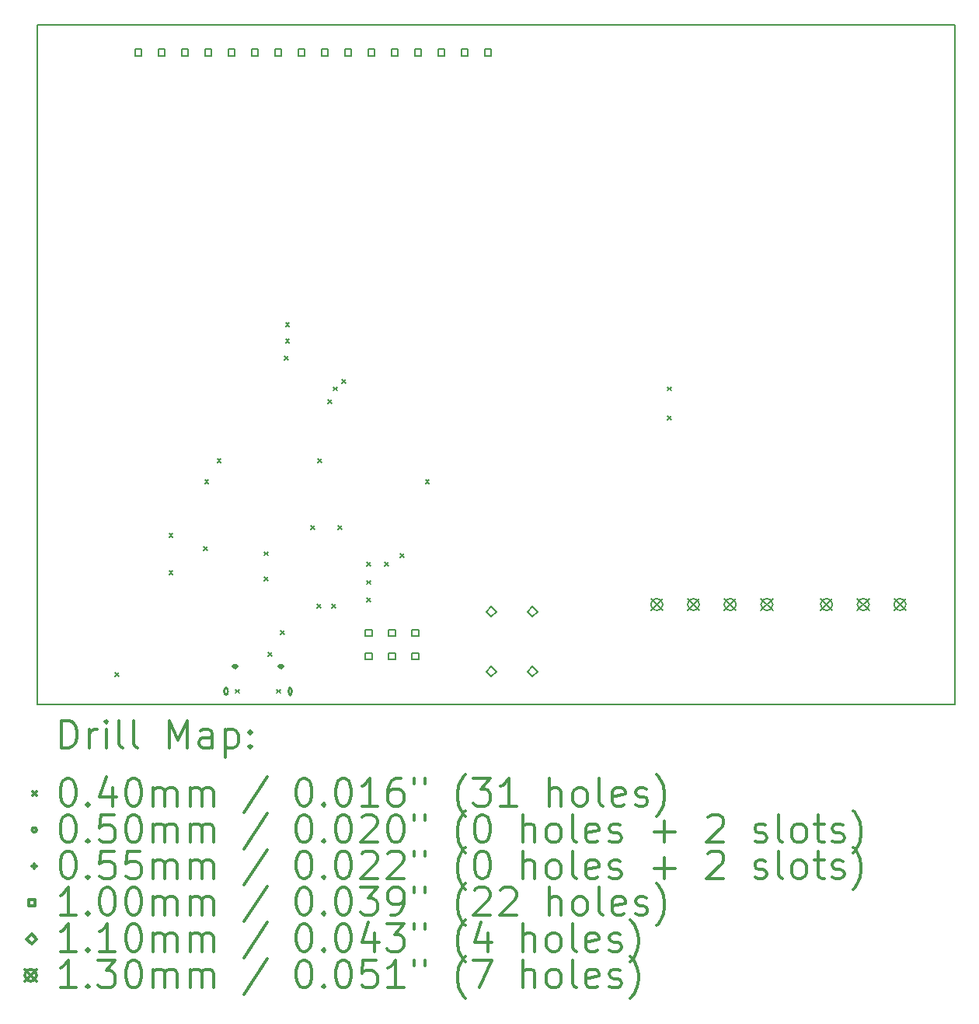
<source format=gbr>
%FSLAX45Y45*%
G04 Gerber Fmt 4.5, Leading zero omitted, Abs format (unit mm)*
G04 Created by KiCad (PCBNEW 4.0.7-e1-6374~58~ubuntu16.04.1) date Mon Aug  7 18:57:26 2017*
%MOMM*%
%LPD*%
G01*
G04 APERTURE LIST*
%ADD10C,0.127000*%
%ADD11C,0.150000*%
%ADD12C,0.200000*%
%ADD13C,0.300000*%
G04 APERTURE END LIST*
D10*
D11*
X7900000Y-8700000D02*
X17900000Y-8700000D01*
X7900000Y-16100000D02*
X7900000Y-8700000D01*
X17900000Y-16100000D02*
X7900000Y-16100000D01*
X17900000Y-8700000D02*
X17900000Y-16100000D01*
D12*
X8750000Y-15755000D02*
X8790000Y-15795000D01*
X8790000Y-15755000D02*
X8750000Y-15795000D01*
X9335000Y-14235000D02*
X9375000Y-14275000D01*
X9375000Y-14235000D02*
X9335000Y-14275000D01*
X9335000Y-14645000D02*
X9375000Y-14685000D01*
X9375000Y-14645000D02*
X9335000Y-14685000D01*
X9710000Y-14380000D02*
X9750000Y-14420000D01*
X9750000Y-14380000D02*
X9710000Y-14420000D01*
X9725000Y-13650000D02*
X9765000Y-13690000D01*
X9765000Y-13650000D02*
X9725000Y-13690000D01*
X9860000Y-13425000D02*
X9900000Y-13465000D01*
X9900000Y-13425000D02*
X9860000Y-13465000D01*
X10060000Y-15935000D02*
X10100000Y-15975000D01*
X10100000Y-15935000D02*
X10060000Y-15975000D01*
X10375000Y-14435000D02*
X10415000Y-14475000D01*
X10415000Y-14435000D02*
X10375000Y-14475000D01*
X10375000Y-14710000D02*
X10415000Y-14750000D01*
X10415000Y-14710000D02*
X10375000Y-14750000D01*
X10415000Y-15530000D02*
X10455000Y-15570000D01*
X10455000Y-15530000D02*
X10415000Y-15570000D01*
X10510000Y-15935000D02*
X10550000Y-15975000D01*
X10550000Y-15935000D02*
X10510000Y-15975000D01*
X10550000Y-15295000D02*
X10590000Y-15335000D01*
X10590000Y-15295000D02*
X10550000Y-15335000D01*
X10595000Y-12305000D02*
X10635000Y-12345000D01*
X10635000Y-12305000D02*
X10595000Y-12345000D01*
X10605000Y-11945000D02*
X10645000Y-11985000D01*
X10645000Y-11945000D02*
X10605000Y-11985000D01*
X10605000Y-12120000D02*
X10645000Y-12160000D01*
X10645000Y-12120000D02*
X10605000Y-12160000D01*
X10880000Y-14155000D02*
X10920000Y-14195000D01*
X10920000Y-14155000D02*
X10880000Y-14195000D01*
X10950000Y-15005000D02*
X10990000Y-15045000D01*
X10990000Y-15005000D02*
X10950000Y-15045000D01*
X10960000Y-13425000D02*
X11000000Y-13465000D01*
X11000000Y-13425000D02*
X10960000Y-13465000D01*
X11065000Y-12780000D02*
X11105000Y-12820000D01*
X11105000Y-12780000D02*
X11065000Y-12820000D01*
X11110000Y-15005000D02*
X11150000Y-15045000D01*
X11150000Y-15005000D02*
X11110000Y-15045000D01*
X11125000Y-12640000D02*
X11165000Y-12680000D01*
X11165000Y-12640000D02*
X11125000Y-12680000D01*
X11180000Y-14155000D02*
X11220000Y-14195000D01*
X11220000Y-14155000D02*
X11180000Y-14195000D01*
X11220000Y-12560000D02*
X11260000Y-12600000D01*
X11260000Y-12560000D02*
X11220000Y-12600000D01*
X11490000Y-14550000D02*
X11530000Y-14590000D01*
X11530000Y-14550000D02*
X11490000Y-14590000D01*
X11490000Y-14750000D02*
X11530000Y-14790000D01*
X11530000Y-14750000D02*
X11490000Y-14790000D01*
X11490000Y-14940000D02*
X11530000Y-14980000D01*
X11530000Y-14940000D02*
X11490000Y-14980000D01*
X11685000Y-14550000D02*
X11725000Y-14590000D01*
X11725000Y-14550000D02*
X11685000Y-14590000D01*
X11855000Y-14455000D02*
X11895000Y-14495000D01*
X11895000Y-14455000D02*
X11855000Y-14495000D01*
X12130000Y-13655000D02*
X12170000Y-13695000D01*
X12170000Y-13655000D02*
X12130000Y-13695000D01*
X14765000Y-12640000D02*
X14805000Y-12680000D01*
X14805000Y-12640000D02*
X14765000Y-12680000D01*
X14765000Y-12960000D02*
X14805000Y-13000000D01*
X14805000Y-12960000D02*
X14765000Y-13000000D01*
X9980000Y-15955000D02*
G75*
G03X9980000Y-15955000I-25000J0D01*
G01*
X9940000Y-15922500D02*
X9940000Y-15987500D01*
X9970000Y-15922500D02*
X9970000Y-15987500D01*
X9940000Y-15987500D02*
G75*
G03X9970000Y-15987500I15000J0D01*
G01*
X9970000Y-15922500D02*
G75*
G03X9940000Y-15922500I-15000J0D01*
G01*
X10680000Y-15955000D02*
G75*
G03X10680000Y-15955000I-25000J0D01*
G01*
X10640000Y-15922500D02*
X10640000Y-15987500D01*
X10670000Y-15922500D02*
X10670000Y-15987500D01*
X10640000Y-15987500D02*
G75*
G03X10670000Y-15987500I15000J0D01*
G01*
X10670000Y-15922500D02*
G75*
G03X10640000Y-15922500I-15000J0D01*
G01*
X10055000Y-15657500D02*
X10055000Y-15712500D01*
X10027500Y-15685000D02*
X10082500Y-15685000D01*
X10040000Y-15702500D02*
X10070000Y-15702500D01*
X10040000Y-15667500D02*
X10070000Y-15667500D01*
X10070000Y-15702500D02*
G75*
G03X10070000Y-15667500I0J17500D01*
G01*
X10040000Y-15667500D02*
G75*
G03X10040000Y-15702500I0J-17500D01*
G01*
X10555000Y-15657500D02*
X10555000Y-15712500D01*
X10527500Y-15685000D02*
X10582500Y-15685000D01*
X10540000Y-15702500D02*
X10570000Y-15702500D01*
X10540000Y-15667500D02*
X10570000Y-15667500D01*
X10570000Y-15702500D02*
G75*
G03X10570000Y-15667500I0J17500D01*
G01*
X10540000Y-15667500D02*
G75*
G03X10540000Y-15702500I0J-17500D01*
G01*
X9035356Y-9035356D02*
X9035356Y-8964644D01*
X8964644Y-8964644D01*
X8964644Y-9035356D01*
X9035356Y-9035356D01*
X9289356Y-9035356D02*
X9289356Y-8964644D01*
X9218644Y-8964644D01*
X9218644Y-9035356D01*
X9289356Y-9035356D01*
X9543356Y-9035356D02*
X9543356Y-8964644D01*
X9472644Y-8964644D01*
X9472644Y-9035356D01*
X9543356Y-9035356D01*
X9797356Y-9035356D02*
X9797356Y-8964644D01*
X9726644Y-8964644D01*
X9726644Y-9035356D01*
X9797356Y-9035356D01*
X10051356Y-9035356D02*
X10051356Y-8964644D01*
X9980644Y-8964644D01*
X9980644Y-9035356D01*
X10051356Y-9035356D01*
X10305356Y-9035356D02*
X10305356Y-8964644D01*
X10234644Y-8964644D01*
X10234644Y-9035356D01*
X10305356Y-9035356D01*
X10559356Y-9035356D02*
X10559356Y-8964644D01*
X10488644Y-8964644D01*
X10488644Y-9035356D01*
X10559356Y-9035356D01*
X10813356Y-9035356D02*
X10813356Y-8964644D01*
X10742644Y-8964644D01*
X10742644Y-9035356D01*
X10813356Y-9035356D01*
X11067356Y-9035356D02*
X11067356Y-8964644D01*
X10996644Y-8964644D01*
X10996644Y-9035356D01*
X11067356Y-9035356D01*
X11321356Y-9035356D02*
X11321356Y-8964644D01*
X11250644Y-8964644D01*
X11250644Y-9035356D01*
X11321356Y-9035356D01*
X11547356Y-15355356D02*
X11547356Y-15284644D01*
X11476644Y-15284644D01*
X11476644Y-15355356D01*
X11547356Y-15355356D01*
X11547356Y-15609356D02*
X11547356Y-15538644D01*
X11476644Y-15538644D01*
X11476644Y-15609356D01*
X11547356Y-15609356D01*
X11575356Y-9035356D02*
X11575356Y-8964644D01*
X11504644Y-8964644D01*
X11504644Y-9035356D01*
X11575356Y-9035356D01*
X11801356Y-15355356D02*
X11801356Y-15284644D01*
X11730644Y-15284644D01*
X11730644Y-15355356D01*
X11801356Y-15355356D01*
X11801356Y-15609356D02*
X11801356Y-15538644D01*
X11730644Y-15538644D01*
X11730644Y-15609356D01*
X11801356Y-15609356D01*
X11829356Y-9035356D02*
X11829356Y-8964644D01*
X11758644Y-8964644D01*
X11758644Y-9035356D01*
X11829356Y-9035356D01*
X12055356Y-15355356D02*
X12055356Y-15284644D01*
X11984644Y-15284644D01*
X11984644Y-15355356D01*
X12055356Y-15355356D01*
X12055356Y-15609356D02*
X12055356Y-15538644D01*
X11984644Y-15538644D01*
X11984644Y-15609356D01*
X12055356Y-15609356D01*
X12083356Y-9035356D02*
X12083356Y-8964644D01*
X12012644Y-8964644D01*
X12012644Y-9035356D01*
X12083356Y-9035356D01*
X12337356Y-9035356D02*
X12337356Y-8964644D01*
X12266644Y-8964644D01*
X12266644Y-9035356D01*
X12337356Y-9035356D01*
X12591356Y-9035356D02*
X12591356Y-8964644D01*
X12520644Y-8964644D01*
X12520644Y-9035356D01*
X12591356Y-9035356D01*
X12845356Y-9035356D02*
X12845356Y-8964644D01*
X12774644Y-8964644D01*
X12774644Y-9035356D01*
X12845356Y-9035356D01*
X12845000Y-15145000D02*
X12900000Y-15090000D01*
X12845000Y-15035000D01*
X12790000Y-15090000D01*
X12845000Y-15145000D01*
X12845000Y-15795000D02*
X12900000Y-15740000D01*
X12845000Y-15685000D01*
X12790000Y-15740000D01*
X12845000Y-15795000D01*
X13295000Y-15145000D02*
X13350000Y-15090000D01*
X13295000Y-15035000D01*
X13240000Y-15090000D01*
X13295000Y-15145000D01*
X13295000Y-15795000D02*
X13350000Y-15740000D01*
X13295000Y-15685000D01*
X13240000Y-15740000D01*
X13295000Y-15795000D01*
X14585000Y-14945000D02*
X14715000Y-15075000D01*
X14715000Y-14945000D02*
X14585000Y-15075000D01*
X14715000Y-15010000D02*
G75*
G03X14715000Y-15010000I-65000J0D01*
G01*
X14985000Y-14945000D02*
X15115000Y-15075000D01*
X15115000Y-14945000D02*
X14985000Y-15075000D01*
X15115000Y-15010000D02*
G75*
G03X15115000Y-15010000I-65000J0D01*
G01*
X15385000Y-14945000D02*
X15515000Y-15075000D01*
X15515000Y-14945000D02*
X15385000Y-15075000D01*
X15515000Y-15010000D02*
G75*
G03X15515000Y-15010000I-65000J0D01*
G01*
X15785000Y-14945000D02*
X15915000Y-15075000D01*
X15915000Y-14945000D02*
X15785000Y-15075000D01*
X15915000Y-15010000D02*
G75*
G03X15915000Y-15010000I-65000J0D01*
G01*
X16435000Y-14945000D02*
X16565000Y-15075000D01*
X16565000Y-14945000D02*
X16435000Y-15075000D01*
X16565000Y-15010000D02*
G75*
G03X16565000Y-15010000I-65000J0D01*
G01*
X16835000Y-14945000D02*
X16965000Y-15075000D01*
X16965000Y-14945000D02*
X16835000Y-15075000D01*
X16965000Y-15010000D02*
G75*
G03X16965000Y-15010000I-65000J0D01*
G01*
X17235000Y-14945000D02*
X17365000Y-15075000D01*
X17365000Y-14945000D02*
X17235000Y-15075000D01*
X17365000Y-15010000D02*
G75*
G03X17365000Y-15010000I-65000J0D01*
G01*
D13*
X8163928Y-16573214D02*
X8163928Y-16273214D01*
X8235357Y-16273214D01*
X8278214Y-16287500D01*
X8306786Y-16316071D01*
X8321071Y-16344643D01*
X8335357Y-16401786D01*
X8335357Y-16444643D01*
X8321071Y-16501786D01*
X8306786Y-16530357D01*
X8278214Y-16558929D01*
X8235357Y-16573214D01*
X8163928Y-16573214D01*
X8463929Y-16573214D02*
X8463929Y-16373214D01*
X8463929Y-16430357D02*
X8478214Y-16401786D01*
X8492500Y-16387500D01*
X8521071Y-16373214D01*
X8549643Y-16373214D01*
X8649643Y-16573214D02*
X8649643Y-16373214D01*
X8649643Y-16273214D02*
X8635357Y-16287500D01*
X8649643Y-16301786D01*
X8663929Y-16287500D01*
X8649643Y-16273214D01*
X8649643Y-16301786D01*
X8835357Y-16573214D02*
X8806786Y-16558929D01*
X8792500Y-16530357D01*
X8792500Y-16273214D01*
X8992500Y-16573214D02*
X8963929Y-16558929D01*
X8949643Y-16530357D01*
X8949643Y-16273214D01*
X9335357Y-16573214D02*
X9335357Y-16273214D01*
X9435357Y-16487500D01*
X9535357Y-16273214D01*
X9535357Y-16573214D01*
X9806786Y-16573214D02*
X9806786Y-16416071D01*
X9792500Y-16387500D01*
X9763929Y-16373214D01*
X9706786Y-16373214D01*
X9678214Y-16387500D01*
X9806786Y-16558929D02*
X9778214Y-16573214D01*
X9706786Y-16573214D01*
X9678214Y-16558929D01*
X9663929Y-16530357D01*
X9663929Y-16501786D01*
X9678214Y-16473214D01*
X9706786Y-16458929D01*
X9778214Y-16458929D01*
X9806786Y-16444643D01*
X9949643Y-16373214D02*
X9949643Y-16673214D01*
X9949643Y-16387500D02*
X9978214Y-16373214D01*
X10035357Y-16373214D01*
X10063929Y-16387500D01*
X10078214Y-16401786D01*
X10092500Y-16430357D01*
X10092500Y-16516071D01*
X10078214Y-16544643D01*
X10063929Y-16558929D01*
X10035357Y-16573214D01*
X9978214Y-16573214D01*
X9949643Y-16558929D01*
X10221071Y-16544643D02*
X10235357Y-16558929D01*
X10221071Y-16573214D01*
X10206786Y-16558929D01*
X10221071Y-16544643D01*
X10221071Y-16573214D01*
X10221071Y-16387500D02*
X10235357Y-16401786D01*
X10221071Y-16416071D01*
X10206786Y-16401786D01*
X10221071Y-16387500D01*
X10221071Y-16416071D01*
X7852500Y-17047500D02*
X7892500Y-17087500D01*
X7892500Y-17047500D02*
X7852500Y-17087500D01*
X8221071Y-16903214D02*
X8249643Y-16903214D01*
X8278214Y-16917500D01*
X8292500Y-16931786D01*
X8306786Y-16960357D01*
X8321071Y-17017500D01*
X8321071Y-17088929D01*
X8306786Y-17146072D01*
X8292500Y-17174643D01*
X8278214Y-17188929D01*
X8249643Y-17203214D01*
X8221071Y-17203214D01*
X8192500Y-17188929D01*
X8178214Y-17174643D01*
X8163928Y-17146072D01*
X8149643Y-17088929D01*
X8149643Y-17017500D01*
X8163928Y-16960357D01*
X8178214Y-16931786D01*
X8192500Y-16917500D01*
X8221071Y-16903214D01*
X8449643Y-17174643D02*
X8463929Y-17188929D01*
X8449643Y-17203214D01*
X8435357Y-17188929D01*
X8449643Y-17174643D01*
X8449643Y-17203214D01*
X8721071Y-17003214D02*
X8721071Y-17203214D01*
X8649643Y-16888929D02*
X8578214Y-17103214D01*
X8763928Y-17103214D01*
X8935357Y-16903214D02*
X8963929Y-16903214D01*
X8992500Y-16917500D01*
X9006786Y-16931786D01*
X9021071Y-16960357D01*
X9035357Y-17017500D01*
X9035357Y-17088929D01*
X9021071Y-17146072D01*
X9006786Y-17174643D01*
X8992500Y-17188929D01*
X8963929Y-17203214D01*
X8935357Y-17203214D01*
X8906786Y-17188929D01*
X8892500Y-17174643D01*
X8878214Y-17146072D01*
X8863929Y-17088929D01*
X8863929Y-17017500D01*
X8878214Y-16960357D01*
X8892500Y-16931786D01*
X8906786Y-16917500D01*
X8935357Y-16903214D01*
X9163929Y-17203214D02*
X9163929Y-17003214D01*
X9163929Y-17031786D02*
X9178214Y-17017500D01*
X9206786Y-17003214D01*
X9249643Y-17003214D01*
X9278214Y-17017500D01*
X9292500Y-17046072D01*
X9292500Y-17203214D01*
X9292500Y-17046072D02*
X9306786Y-17017500D01*
X9335357Y-17003214D01*
X9378214Y-17003214D01*
X9406786Y-17017500D01*
X9421071Y-17046072D01*
X9421071Y-17203214D01*
X9563929Y-17203214D02*
X9563929Y-17003214D01*
X9563929Y-17031786D02*
X9578214Y-17017500D01*
X9606786Y-17003214D01*
X9649643Y-17003214D01*
X9678214Y-17017500D01*
X9692500Y-17046072D01*
X9692500Y-17203214D01*
X9692500Y-17046072D02*
X9706786Y-17017500D01*
X9735357Y-17003214D01*
X9778214Y-17003214D01*
X9806786Y-17017500D01*
X9821071Y-17046072D01*
X9821071Y-17203214D01*
X10406786Y-16888929D02*
X10149643Y-17274643D01*
X10792500Y-16903214D02*
X10821071Y-16903214D01*
X10849643Y-16917500D01*
X10863928Y-16931786D01*
X10878214Y-16960357D01*
X10892500Y-17017500D01*
X10892500Y-17088929D01*
X10878214Y-17146072D01*
X10863928Y-17174643D01*
X10849643Y-17188929D01*
X10821071Y-17203214D01*
X10792500Y-17203214D01*
X10763928Y-17188929D01*
X10749643Y-17174643D01*
X10735357Y-17146072D01*
X10721071Y-17088929D01*
X10721071Y-17017500D01*
X10735357Y-16960357D01*
X10749643Y-16931786D01*
X10763928Y-16917500D01*
X10792500Y-16903214D01*
X11021071Y-17174643D02*
X11035357Y-17188929D01*
X11021071Y-17203214D01*
X11006786Y-17188929D01*
X11021071Y-17174643D01*
X11021071Y-17203214D01*
X11221071Y-16903214D02*
X11249643Y-16903214D01*
X11278214Y-16917500D01*
X11292500Y-16931786D01*
X11306785Y-16960357D01*
X11321071Y-17017500D01*
X11321071Y-17088929D01*
X11306785Y-17146072D01*
X11292500Y-17174643D01*
X11278214Y-17188929D01*
X11249643Y-17203214D01*
X11221071Y-17203214D01*
X11192500Y-17188929D01*
X11178214Y-17174643D01*
X11163928Y-17146072D01*
X11149643Y-17088929D01*
X11149643Y-17017500D01*
X11163928Y-16960357D01*
X11178214Y-16931786D01*
X11192500Y-16917500D01*
X11221071Y-16903214D01*
X11606785Y-17203214D02*
X11435357Y-17203214D01*
X11521071Y-17203214D02*
X11521071Y-16903214D01*
X11492500Y-16946072D01*
X11463928Y-16974643D01*
X11435357Y-16988929D01*
X11863928Y-16903214D02*
X11806785Y-16903214D01*
X11778214Y-16917500D01*
X11763928Y-16931786D01*
X11735357Y-16974643D01*
X11721071Y-17031786D01*
X11721071Y-17146072D01*
X11735357Y-17174643D01*
X11749643Y-17188929D01*
X11778214Y-17203214D01*
X11835357Y-17203214D01*
X11863928Y-17188929D01*
X11878214Y-17174643D01*
X11892500Y-17146072D01*
X11892500Y-17074643D01*
X11878214Y-17046072D01*
X11863928Y-17031786D01*
X11835357Y-17017500D01*
X11778214Y-17017500D01*
X11749643Y-17031786D01*
X11735357Y-17046072D01*
X11721071Y-17074643D01*
X12006786Y-16903214D02*
X12006786Y-16960357D01*
X12121071Y-16903214D02*
X12121071Y-16960357D01*
X12563928Y-17317500D02*
X12549643Y-17303214D01*
X12521071Y-17260357D01*
X12506785Y-17231786D01*
X12492500Y-17188929D01*
X12478214Y-17117500D01*
X12478214Y-17060357D01*
X12492500Y-16988929D01*
X12506785Y-16946072D01*
X12521071Y-16917500D01*
X12549643Y-16874643D01*
X12563928Y-16860357D01*
X12649643Y-16903214D02*
X12835357Y-16903214D01*
X12735357Y-17017500D01*
X12778214Y-17017500D01*
X12806785Y-17031786D01*
X12821071Y-17046072D01*
X12835357Y-17074643D01*
X12835357Y-17146072D01*
X12821071Y-17174643D01*
X12806785Y-17188929D01*
X12778214Y-17203214D01*
X12692500Y-17203214D01*
X12663928Y-17188929D01*
X12649643Y-17174643D01*
X13121071Y-17203214D02*
X12949643Y-17203214D01*
X13035357Y-17203214D02*
X13035357Y-16903214D01*
X13006785Y-16946072D01*
X12978214Y-16974643D01*
X12949643Y-16988929D01*
X13478214Y-17203214D02*
X13478214Y-16903214D01*
X13606785Y-17203214D02*
X13606785Y-17046072D01*
X13592500Y-17017500D01*
X13563928Y-17003214D01*
X13521071Y-17003214D01*
X13492500Y-17017500D01*
X13478214Y-17031786D01*
X13792500Y-17203214D02*
X13763928Y-17188929D01*
X13749643Y-17174643D01*
X13735357Y-17146072D01*
X13735357Y-17060357D01*
X13749643Y-17031786D01*
X13763928Y-17017500D01*
X13792500Y-17003214D01*
X13835357Y-17003214D01*
X13863928Y-17017500D01*
X13878214Y-17031786D01*
X13892500Y-17060357D01*
X13892500Y-17146072D01*
X13878214Y-17174643D01*
X13863928Y-17188929D01*
X13835357Y-17203214D01*
X13792500Y-17203214D01*
X14063928Y-17203214D02*
X14035357Y-17188929D01*
X14021071Y-17160357D01*
X14021071Y-16903214D01*
X14292500Y-17188929D02*
X14263928Y-17203214D01*
X14206786Y-17203214D01*
X14178214Y-17188929D01*
X14163928Y-17160357D01*
X14163928Y-17046072D01*
X14178214Y-17017500D01*
X14206786Y-17003214D01*
X14263928Y-17003214D01*
X14292500Y-17017500D01*
X14306786Y-17046072D01*
X14306786Y-17074643D01*
X14163928Y-17103214D01*
X14421071Y-17188929D02*
X14449643Y-17203214D01*
X14506786Y-17203214D01*
X14535357Y-17188929D01*
X14549643Y-17160357D01*
X14549643Y-17146072D01*
X14535357Y-17117500D01*
X14506786Y-17103214D01*
X14463928Y-17103214D01*
X14435357Y-17088929D01*
X14421071Y-17060357D01*
X14421071Y-17046072D01*
X14435357Y-17017500D01*
X14463928Y-17003214D01*
X14506786Y-17003214D01*
X14535357Y-17017500D01*
X14649643Y-17317500D02*
X14663928Y-17303214D01*
X14692500Y-17260357D01*
X14706786Y-17231786D01*
X14721071Y-17188929D01*
X14735357Y-17117500D01*
X14735357Y-17060357D01*
X14721071Y-16988929D01*
X14706786Y-16946072D01*
X14692500Y-16917500D01*
X14663928Y-16874643D01*
X14649643Y-16860357D01*
X7892500Y-17463500D02*
G75*
G03X7892500Y-17463500I-25000J0D01*
G01*
X8221071Y-17299214D02*
X8249643Y-17299214D01*
X8278214Y-17313500D01*
X8292500Y-17327786D01*
X8306786Y-17356357D01*
X8321071Y-17413500D01*
X8321071Y-17484929D01*
X8306786Y-17542072D01*
X8292500Y-17570643D01*
X8278214Y-17584929D01*
X8249643Y-17599214D01*
X8221071Y-17599214D01*
X8192500Y-17584929D01*
X8178214Y-17570643D01*
X8163928Y-17542072D01*
X8149643Y-17484929D01*
X8149643Y-17413500D01*
X8163928Y-17356357D01*
X8178214Y-17327786D01*
X8192500Y-17313500D01*
X8221071Y-17299214D01*
X8449643Y-17570643D02*
X8463929Y-17584929D01*
X8449643Y-17599214D01*
X8435357Y-17584929D01*
X8449643Y-17570643D01*
X8449643Y-17599214D01*
X8735357Y-17299214D02*
X8592500Y-17299214D01*
X8578214Y-17442072D01*
X8592500Y-17427786D01*
X8621071Y-17413500D01*
X8692500Y-17413500D01*
X8721071Y-17427786D01*
X8735357Y-17442072D01*
X8749643Y-17470643D01*
X8749643Y-17542072D01*
X8735357Y-17570643D01*
X8721071Y-17584929D01*
X8692500Y-17599214D01*
X8621071Y-17599214D01*
X8592500Y-17584929D01*
X8578214Y-17570643D01*
X8935357Y-17299214D02*
X8963929Y-17299214D01*
X8992500Y-17313500D01*
X9006786Y-17327786D01*
X9021071Y-17356357D01*
X9035357Y-17413500D01*
X9035357Y-17484929D01*
X9021071Y-17542072D01*
X9006786Y-17570643D01*
X8992500Y-17584929D01*
X8963929Y-17599214D01*
X8935357Y-17599214D01*
X8906786Y-17584929D01*
X8892500Y-17570643D01*
X8878214Y-17542072D01*
X8863929Y-17484929D01*
X8863929Y-17413500D01*
X8878214Y-17356357D01*
X8892500Y-17327786D01*
X8906786Y-17313500D01*
X8935357Y-17299214D01*
X9163929Y-17599214D02*
X9163929Y-17399214D01*
X9163929Y-17427786D02*
X9178214Y-17413500D01*
X9206786Y-17399214D01*
X9249643Y-17399214D01*
X9278214Y-17413500D01*
X9292500Y-17442072D01*
X9292500Y-17599214D01*
X9292500Y-17442072D02*
X9306786Y-17413500D01*
X9335357Y-17399214D01*
X9378214Y-17399214D01*
X9406786Y-17413500D01*
X9421071Y-17442072D01*
X9421071Y-17599214D01*
X9563929Y-17599214D02*
X9563929Y-17399214D01*
X9563929Y-17427786D02*
X9578214Y-17413500D01*
X9606786Y-17399214D01*
X9649643Y-17399214D01*
X9678214Y-17413500D01*
X9692500Y-17442072D01*
X9692500Y-17599214D01*
X9692500Y-17442072D02*
X9706786Y-17413500D01*
X9735357Y-17399214D01*
X9778214Y-17399214D01*
X9806786Y-17413500D01*
X9821071Y-17442072D01*
X9821071Y-17599214D01*
X10406786Y-17284929D02*
X10149643Y-17670643D01*
X10792500Y-17299214D02*
X10821071Y-17299214D01*
X10849643Y-17313500D01*
X10863928Y-17327786D01*
X10878214Y-17356357D01*
X10892500Y-17413500D01*
X10892500Y-17484929D01*
X10878214Y-17542072D01*
X10863928Y-17570643D01*
X10849643Y-17584929D01*
X10821071Y-17599214D01*
X10792500Y-17599214D01*
X10763928Y-17584929D01*
X10749643Y-17570643D01*
X10735357Y-17542072D01*
X10721071Y-17484929D01*
X10721071Y-17413500D01*
X10735357Y-17356357D01*
X10749643Y-17327786D01*
X10763928Y-17313500D01*
X10792500Y-17299214D01*
X11021071Y-17570643D02*
X11035357Y-17584929D01*
X11021071Y-17599214D01*
X11006786Y-17584929D01*
X11021071Y-17570643D01*
X11021071Y-17599214D01*
X11221071Y-17299214D02*
X11249643Y-17299214D01*
X11278214Y-17313500D01*
X11292500Y-17327786D01*
X11306785Y-17356357D01*
X11321071Y-17413500D01*
X11321071Y-17484929D01*
X11306785Y-17542072D01*
X11292500Y-17570643D01*
X11278214Y-17584929D01*
X11249643Y-17599214D01*
X11221071Y-17599214D01*
X11192500Y-17584929D01*
X11178214Y-17570643D01*
X11163928Y-17542072D01*
X11149643Y-17484929D01*
X11149643Y-17413500D01*
X11163928Y-17356357D01*
X11178214Y-17327786D01*
X11192500Y-17313500D01*
X11221071Y-17299214D01*
X11435357Y-17327786D02*
X11449643Y-17313500D01*
X11478214Y-17299214D01*
X11549643Y-17299214D01*
X11578214Y-17313500D01*
X11592500Y-17327786D01*
X11606785Y-17356357D01*
X11606785Y-17384929D01*
X11592500Y-17427786D01*
X11421071Y-17599214D01*
X11606785Y-17599214D01*
X11792500Y-17299214D02*
X11821071Y-17299214D01*
X11849643Y-17313500D01*
X11863928Y-17327786D01*
X11878214Y-17356357D01*
X11892500Y-17413500D01*
X11892500Y-17484929D01*
X11878214Y-17542072D01*
X11863928Y-17570643D01*
X11849643Y-17584929D01*
X11821071Y-17599214D01*
X11792500Y-17599214D01*
X11763928Y-17584929D01*
X11749643Y-17570643D01*
X11735357Y-17542072D01*
X11721071Y-17484929D01*
X11721071Y-17413500D01*
X11735357Y-17356357D01*
X11749643Y-17327786D01*
X11763928Y-17313500D01*
X11792500Y-17299214D01*
X12006786Y-17299214D02*
X12006786Y-17356357D01*
X12121071Y-17299214D02*
X12121071Y-17356357D01*
X12563928Y-17713500D02*
X12549643Y-17699214D01*
X12521071Y-17656357D01*
X12506785Y-17627786D01*
X12492500Y-17584929D01*
X12478214Y-17513500D01*
X12478214Y-17456357D01*
X12492500Y-17384929D01*
X12506785Y-17342072D01*
X12521071Y-17313500D01*
X12549643Y-17270643D01*
X12563928Y-17256357D01*
X12735357Y-17299214D02*
X12763928Y-17299214D01*
X12792500Y-17313500D01*
X12806785Y-17327786D01*
X12821071Y-17356357D01*
X12835357Y-17413500D01*
X12835357Y-17484929D01*
X12821071Y-17542072D01*
X12806785Y-17570643D01*
X12792500Y-17584929D01*
X12763928Y-17599214D01*
X12735357Y-17599214D01*
X12706785Y-17584929D01*
X12692500Y-17570643D01*
X12678214Y-17542072D01*
X12663928Y-17484929D01*
X12663928Y-17413500D01*
X12678214Y-17356357D01*
X12692500Y-17327786D01*
X12706785Y-17313500D01*
X12735357Y-17299214D01*
X13192500Y-17599214D02*
X13192500Y-17299214D01*
X13321071Y-17599214D02*
X13321071Y-17442072D01*
X13306785Y-17413500D01*
X13278214Y-17399214D01*
X13235357Y-17399214D01*
X13206785Y-17413500D01*
X13192500Y-17427786D01*
X13506785Y-17599214D02*
X13478214Y-17584929D01*
X13463928Y-17570643D01*
X13449643Y-17542072D01*
X13449643Y-17456357D01*
X13463928Y-17427786D01*
X13478214Y-17413500D01*
X13506785Y-17399214D01*
X13549643Y-17399214D01*
X13578214Y-17413500D01*
X13592500Y-17427786D01*
X13606785Y-17456357D01*
X13606785Y-17542072D01*
X13592500Y-17570643D01*
X13578214Y-17584929D01*
X13549643Y-17599214D01*
X13506785Y-17599214D01*
X13778214Y-17599214D02*
X13749643Y-17584929D01*
X13735357Y-17556357D01*
X13735357Y-17299214D01*
X14006786Y-17584929D02*
X13978214Y-17599214D01*
X13921071Y-17599214D01*
X13892500Y-17584929D01*
X13878214Y-17556357D01*
X13878214Y-17442072D01*
X13892500Y-17413500D01*
X13921071Y-17399214D01*
X13978214Y-17399214D01*
X14006786Y-17413500D01*
X14021071Y-17442072D01*
X14021071Y-17470643D01*
X13878214Y-17499214D01*
X14135357Y-17584929D02*
X14163928Y-17599214D01*
X14221071Y-17599214D01*
X14249643Y-17584929D01*
X14263928Y-17556357D01*
X14263928Y-17542072D01*
X14249643Y-17513500D01*
X14221071Y-17499214D01*
X14178214Y-17499214D01*
X14149643Y-17484929D01*
X14135357Y-17456357D01*
X14135357Y-17442072D01*
X14149643Y-17413500D01*
X14178214Y-17399214D01*
X14221071Y-17399214D01*
X14249643Y-17413500D01*
X14621071Y-17484929D02*
X14849643Y-17484929D01*
X14735357Y-17599214D02*
X14735357Y-17370643D01*
X15206786Y-17327786D02*
X15221071Y-17313500D01*
X15249643Y-17299214D01*
X15321071Y-17299214D01*
X15349643Y-17313500D01*
X15363928Y-17327786D01*
X15378214Y-17356357D01*
X15378214Y-17384929D01*
X15363928Y-17427786D01*
X15192500Y-17599214D01*
X15378214Y-17599214D01*
X15721071Y-17584929D02*
X15749643Y-17599214D01*
X15806785Y-17599214D01*
X15835357Y-17584929D01*
X15849643Y-17556357D01*
X15849643Y-17542072D01*
X15835357Y-17513500D01*
X15806785Y-17499214D01*
X15763928Y-17499214D01*
X15735357Y-17484929D01*
X15721071Y-17456357D01*
X15721071Y-17442072D01*
X15735357Y-17413500D01*
X15763928Y-17399214D01*
X15806785Y-17399214D01*
X15835357Y-17413500D01*
X16021071Y-17599214D02*
X15992500Y-17584929D01*
X15978214Y-17556357D01*
X15978214Y-17299214D01*
X16178214Y-17599214D02*
X16149643Y-17584929D01*
X16135357Y-17570643D01*
X16121071Y-17542072D01*
X16121071Y-17456357D01*
X16135357Y-17427786D01*
X16149643Y-17413500D01*
X16178214Y-17399214D01*
X16221071Y-17399214D01*
X16249643Y-17413500D01*
X16263928Y-17427786D01*
X16278214Y-17456357D01*
X16278214Y-17542072D01*
X16263928Y-17570643D01*
X16249643Y-17584929D01*
X16221071Y-17599214D01*
X16178214Y-17599214D01*
X16363928Y-17399214D02*
X16478214Y-17399214D01*
X16406786Y-17299214D02*
X16406786Y-17556357D01*
X16421071Y-17584929D01*
X16449643Y-17599214D01*
X16478214Y-17599214D01*
X16563928Y-17584929D02*
X16592500Y-17599214D01*
X16649643Y-17599214D01*
X16678214Y-17584929D01*
X16692500Y-17556357D01*
X16692500Y-17542072D01*
X16678214Y-17513500D01*
X16649643Y-17499214D01*
X16606786Y-17499214D01*
X16578214Y-17484929D01*
X16563928Y-17456357D01*
X16563928Y-17442072D01*
X16578214Y-17413500D01*
X16606786Y-17399214D01*
X16649643Y-17399214D01*
X16678214Y-17413500D01*
X16792500Y-17713500D02*
X16806786Y-17699214D01*
X16835357Y-17656357D01*
X16849643Y-17627786D01*
X16863928Y-17584929D01*
X16878214Y-17513500D01*
X16878214Y-17456357D01*
X16863928Y-17384929D01*
X16849643Y-17342072D01*
X16835357Y-17313500D01*
X16806786Y-17270643D01*
X16792500Y-17256357D01*
X7865000Y-17832000D02*
X7865000Y-17887000D01*
X7837500Y-17859500D02*
X7892500Y-17859500D01*
X8221071Y-17695214D02*
X8249643Y-17695214D01*
X8278214Y-17709500D01*
X8292500Y-17723786D01*
X8306786Y-17752357D01*
X8321071Y-17809500D01*
X8321071Y-17880929D01*
X8306786Y-17938072D01*
X8292500Y-17966643D01*
X8278214Y-17980929D01*
X8249643Y-17995214D01*
X8221071Y-17995214D01*
X8192500Y-17980929D01*
X8178214Y-17966643D01*
X8163928Y-17938072D01*
X8149643Y-17880929D01*
X8149643Y-17809500D01*
X8163928Y-17752357D01*
X8178214Y-17723786D01*
X8192500Y-17709500D01*
X8221071Y-17695214D01*
X8449643Y-17966643D02*
X8463929Y-17980929D01*
X8449643Y-17995214D01*
X8435357Y-17980929D01*
X8449643Y-17966643D01*
X8449643Y-17995214D01*
X8735357Y-17695214D02*
X8592500Y-17695214D01*
X8578214Y-17838072D01*
X8592500Y-17823786D01*
X8621071Y-17809500D01*
X8692500Y-17809500D01*
X8721071Y-17823786D01*
X8735357Y-17838072D01*
X8749643Y-17866643D01*
X8749643Y-17938072D01*
X8735357Y-17966643D01*
X8721071Y-17980929D01*
X8692500Y-17995214D01*
X8621071Y-17995214D01*
X8592500Y-17980929D01*
X8578214Y-17966643D01*
X9021071Y-17695214D02*
X8878214Y-17695214D01*
X8863929Y-17838072D01*
X8878214Y-17823786D01*
X8906786Y-17809500D01*
X8978214Y-17809500D01*
X9006786Y-17823786D01*
X9021071Y-17838072D01*
X9035357Y-17866643D01*
X9035357Y-17938072D01*
X9021071Y-17966643D01*
X9006786Y-17980929D01*
X8978214Y-17995214D01*
X8906786Y-17995214D01*
X8878214Y-17980929D01*
X8863929Y-17966643D01*
X9163929Y-17995214D02*
X9163929Y-17795214D01*
X9163929Y-17823786D02*
X9178214Y-17809500D01*
X9206786Y-17795214D01*
X9249643Y-17795214D01*
X9278214Y-17809500D01*
X9292500Y-17838072D01*
X9292500Y-17995214D01*
X9292500Y-17838072D02*
X9306786Y-17809500D01*
X9335357Y-17795214D01*
X9378214Y-17795214D01*
X9406786Y-17809500D01*
X9421071Y-17838072D01*
X9421071Y-17995214D01*
X9563929Y-17995214D02*
X9563929Y-17795214D01*
X9563929Y-17823786D02*
X9578214Y-17809500D01*
X9606786Y-17795214D01*
X9649643Y-17795214D01*
X9678214Y-17809500D01*
X9692500Y-17838072D01*
X9692500Y-17995214D01*
X9692500Y-17838072D02*
X9706786Y-17809500D01*
X9735357Y-17795214D01*
X9778214Y-17795214D01*
X9806786Y-17809500D01*
X9821071Y-17838072D01*
X9821071Y-17995214D01*
X10406786Y-17680929D02*
X10149643Y-18066643D01*
X10792500Y-17695214D02*
X10821071Y-17695214D01*
X10849643Y-17709500D01*
X10863928Y-17723786D01*
X10878214Y-17752357D01*
X10892500Y-17809500D01*
X10892500Y-17880929D01*
X10878214Y-17938072D01*
X10863928Y-17966643D01*
X10849643Y-17980929D01*
X10821071Y-17995214D01*
X10792500Y-17995214D01*
X10763928Y-17980929D01*
X10749643Y-17966643D01*
X10735357Y-17938072D01*
X10721071Y-17880929D01*
X10721071Y-17809500D01*
X10735357Y-17752357D01*
X10749643Y-17723786D01*
X10763928Y-17709500D01*
X10792500Y-17695214D01*
X11021071Y-17966643D02*
X11035357Y-17980929D01*
X11021071Y-17995214D01*
X11006786Y-17980929D01*
X11021071Y-17966643D01*
X11021071Y-17995214D01*
X11221071Y-17695214D02*
X11249643Y-17695214D01*
X11278214Y-17709500D01*
X11292500Y-17723786D01*
X11306785Y-17752357D01*
X11321071Y-17809500D01*
X11321071Y-17880929D01*
X11306785Y-17938072D01*
X11292500Y-17966643D01*
X11278214Y-17980929D01*
X11249643Y-17995214D01*
X11221071Y-17995214D01*
X11192500Y-17980929D01*
X11178214Y-17966643D01*
X11163928Y-17938072D01*
X11149643Y-17880929D01*
X11149643Y-17809500D01*
X11163928Y-17752357D01*
X11178214Y-17723786D01*
X11192500Y-17709500D01*
X11221071Y-17695214D01*
X11435357Y-17723786D02*
X11449643Y-17709500D01*
X11478214Y-17695214D01*
X11549643Y-17695214D01*
X11578214Y-17709500D01*
X11592500Y-17723786D01*
X11606785Y-17752357D01*
X11606785Y-17780929D01*
X11592500Y-17823786D01*
X11421071Y-17995214D01*
X11606785Y-17995214D01*
X11721071Y-17723786D02*
X11735357Y-17709500D01*
X11763928Y-17695214D01*
X11835357Y-17695214D01*
X11863928Y-17709500D01*
X11878214Y-17723786D01*
X11892500Y-17752357D01*
X11892500Y-17780929D01*
X11878214Y-17823786D01*
X11706785Y-17995214D01*
X11892500Y-17995214D01*
X12006786Y-17695214D02*
X12006786Y-17752357D01*
X12121071Y-17695214D02*
X12121071Y-17752357D01*
X12563928Y-18109500D02*
X12549643Y-18095214D01*
X12521071Y-18052357D01*
X12506785Y-18023786D01*
X12492500Y-17980929D01*
X12478214Y-17909500D01*
X12478214Y-17852357D01*
X12492500Y-17780929D01*
X12506785Y-17738072D01*
X12521071Y-17709500D01*
X12549643Y-17666643D01*
X12563928Y-17652357D01*
X12735357Y-17695214D02*
X12763928Y-17695214D01*
X12792500Y-17709500D01*
X12806785Y-17723786D01*
X12821071Y-17752357D01*
X12835357Y-17809500D01*
X12835357Y-17880929D01*
X12821071Y-17938072D01*
X12806785Y-17966643D01*
X12792500Y-17980929D01*
X12763928Y-17995214D01*
X12735357Y-17995214D01*
X12706785Y-17980929D01*
X12692500Y-17966643D01*
X12678214Y-17938072D01*
X12663928Y-17880929D01*
X12663928Y-17809500D01*
X12678214Y-17752357D01*
X12692500Y-17723786D01*
X12706785Y-17709500D01*
X12735357Y-17695214D01*
X13192500Y-17995214D02*
X13192500Y-17695214D01*
X13321071Y-17995214D02*
X13321071Y-17838072D01*
X13306785Y-17809500D01*
X13278214Y-17795214D01*
X13235357Y-17795214D01*
X13206785Y-17809500D01*
X13192500Y-17823786D01*
X13506785Y-17995214D02*
X13478214Y-17980929D01*
X13463928Y-17966643D01*
X13449643Y-17938072D01*
X13449643Y-17852357D01*
X13463928Y-17823786D01*
X13478214Y-17809500D01*
X13506785Y-17795214D01*
X13549643Y-17795214D01*
X13578214Y-17809500D01*
X13592500Y-17823786D01*
X13606785Y-17852357D01*
X13606785Y-17938072D01*
X13592500Y-17966643D01*
X13578214Y-17980929D01*
X13549643Y-17995214D01*
X13506785Y-17995214D01*
X13778214Y-17995214D02*
X13749643Y-17980929D01*
X13735357Y-17952357D01*
X13735357Y-17695214D01*
X14006786Y-17980929D02*
X13978214Y-17995214D01*
X13921071Y-17995214D01*
X13892500Y-17980929D01*
X13878214Y-17952357D01*
X13878214Y-17838072D01*
X13892500Y-17809500D01*
X13921071Y-17795214D01*
X13978214Y-17795214D01*
X14006786Y-17809500D01*
X14021071Y-17838072D01*
X14021071Y-17866643D01*
X13878214Y-17895214D01*
X14135357Y-17980929D02*
X14163928Y-17995214D01*
X14221071Y-17995214D01*
X14249643Y-17980929D01*
X14263928Y-17952357D01*
X14263928Y-17938072D01*
X14249643Y-17909500D01*
X14221071Y-17895214D01*
X14178214Y-17895214D01*
X14149643Y-17880929D01*
X14135357Y-17852357D01*
X14135357Y-17838072D01*
X14149643Y-17809500D01*
X14178214Y-17795214D01*
X14221071Y-17795214D01*
X14249643Y-17809500D01*
X14621071Y-17880929D02*
X14849643Y-17880929D01*
X14735357Y-17995214D02*
X14735357Y-17766643D01*
X15206786Y-17723786D02*
X15221071Y-17709500D01*
X15249643Y-17695214D01*
X15321071Y-17695214D01*
X15349643Y-17709500D01*
X15363928Y-17723786D01*
X15378214Y-17752357D01*
X15378214Y-17780929D01*
X15363928Y-17823786D01*
X15192500Y-17995214D01*
X15378214Y-17995214D01*
X15721071Y-17980929D02*
X15749643Y-17995214D01*
X15806785Y-17995214D01*
X15835357Y-17980929D01*
X15849643Y-17952357D01*
X15849643Y-17938072D01*
X15835357Y-17909500D01*
X15806785Y-17895214D01*
X15763928Y-17895214D01*
X15735357Y-17880929D01*
X15721071Y-17852357D01*
X15721071Y-17838072D01*
X15735357Y-17809500D01*
X15763928Y-17795214D01*
X15806785Y-17795214D01*
X15835357Y-17809500D01*
X16021071Y-17995214D02*
X15992500Y-17980929D01*
X15978214Y-17952357D01*
X15978214Y-17695214D01*
X16178214Y-17995214D02*
X16149643Y-17980929D01*
X16135357Y-17966643D01*
X16121071Y-17938072D01*
X16121071Y-17852357D01*
X16135357Y-17823786D01*
X16149643Y-17809500D01*
X16178214Y-17795214D01*
X16221071Y-17795214D01*
X16249643Y-17809500D01*
X16263928Y-17823786D01*
X16278214Y-17852357D01*
X16278214Y-17938072D01*
X16263928Y-17966643D01*
X16249643Y-17980929D01*
X16221071Y-17995214D01*
X16178214Y-17995214D01*
X16363928Y-17795214D02*
X16478214Y-17795214D01*
X16406786Y-17695214D02*
X16406786Y-17952357D01*
X16421071Y-17980929D01*
X16449643Y-17995214D01*
X16478214Y-17995214D01*
X16563928Y-17980929D02*
X16592500Y-17995214D01*
X16649643Y-17995214D01*
X16678214Y-17980929D01*
X16692500Y-17952357D01*
X16692500Y-17938072D01*
X16678214Y-17909500D01*
X16649643Y-17895214D01*
X16606786Y-17895214D01*
X16578214Y-17880929D01*
X16563928Y-17852357D01*
X16563928Y-17838072D01*
X16578214Y-17809500D01*
X16606786Y-17795214D01*
X16649643Y-17795214D01*
X16678214Y-17809500D01*
X16792500Y-18109500D02*
X16806786Y-18095214D01*
X16835357Y-18052357D01*
X16849643Y-18023786D01*
X16863928Y-17980929D01*
X16878214Y-17909500D01*
X16878214Y-17852357D01*
X16863928Y-17780929D01*
X16849643Y-17738072D01*
X16835357Y-17709500D01*
X16806786Y-17666643D01*
X16792500Y-17652357D01*
X7877856Y-18290856D02*
X7877856Y-18220144D01*
X7807144Y-18220144D01*
X7807144Y-18290856D01*
X7877856Y-18290856D01*
X8321071Y-18391214D02*
X8149643Y-18391214D01*
X8235357Y-18391214D02*
X8235357Y-18091214D01*
X8206786Y-18134072D01*
X8178214Y-18162643D01*
X8149643Y-18176929D01*
X8449643Y-18362643D02*
X8463929Y-18376929D01*
X8449643Y-18391214D01*
X8435357Y-18376929D01*
X8449643Y-18362643D01*
X8449643Y-18391214D01*
X8649643Y-18091214D02*
X8678214Y-18091214D01*
X8706786Y-18105500D01*
X8721071Y-18119786D01*
X8735357Y-18148357D01*
X8749643Y-18205500D01*
X8749643Y-18276929D01*
X8735357Y-18334072D01*
X8721071Y-18362643D01*
X8706786Y-18376929D01*
X8678214Y-18391214D01*
X8649643Y-18391214D01*
X8621071Y-18376929D01*
X8606786Y-18362643D01*
X8592500Y-18334072D01*
X8578214Y-18276929D01*
X8578214Y-18205500D01*
X8592500Y-18148357D01*
X8606786Y-18119786D01*
X8621071Y-18105500D01*
X8649643Y-18091214D01*
X8935357Y-18091214D02*
X8963929Y-18091214D01*
X8992500Y-18105500D01*
X9006786Y-18119786D01*
X9021071Y-18148357D01*
X9035357Y-18205500D01*
X9035357Y-18276929D01*
X9021071Y-18334072D01*
X9006786Y-18362643D01*
X8992500Y-18376929D01*
X8963929Y-18391214D01*
X8935357Y-18391214D01*
X8906786Y-18376929D01*
X8892500Y-18362643D01*
X8878214Y-18334072D01*
X8863929Y-18276929D01*
X8863929Y-18205500D01*
X8878214Y-18148357D01*
X8892500Y-18119786D01*
X8906786Y-18105500D01*
X8935357Y-18091214D01*
X9163929Y-18391214D02*
X9163929Y-18191214D01*
X9163929Y-18219786D02*
X9178214Y-18205500D01*
X9206786Y-18191214D01*
X9249643Y-18191214D01*
X9278214Y-18205500D01*
X9292500Y-18234072D01*
X9292500Y-18391214D01*
X9292500Y-18234072D02*
X9306786Y-18205500D01*
X9335357Y-18191214D01*
X9378214Y-18191214D01*
X9406786Y-18205500D01*
X9421071Y-18234072D01*
X9421071Y-18391214D01*
X9563929Y-18391214D02*
X9563929Y-18191214D01*
X9563929Y-18219786D02*
X9578214Y-18205500D01*
X9606786Y-18191214D01*
X9649643Y-18191214D01*
X9678214Y-18205500D01*
X9692500Y-18234072D01*
X9692500Y-18391214D01*
X9692500Y-18234072D02*
X9706786Y-18205500D01*
X9735357Y-18191214D01*
X9778214Y-18191214D01*
X9806786Y-18205500D01*
X9821071Y-18234072D01*
X9821071Y-18391214D01*
X10406786Y-18076929D02*
X10149643Y-18462643D01*
X10792500Y-18091214D02*
X10821071Y-18091214D01*
X10849643Y-18105500D01*
X10863928Y-18119786D01*
X10878214Y-18148357D01*
X10892500Y-18205500D01*
X10892500Y-18276929D01*
X10878214Y-18334072D01*
X10863928Y-18362643D01*
X10849643Y-18376929D01*
X10821071Y-18391214D01*
X10792500Y-18391214D01*
X10763928Y-18376929D01*
X10749643Y-18362643D01*
X10735357Y-18334072D01*
X10721071Y-18276929D01*
X10721071Y-18205500D01*
X10735357Y-18148357D01*
X10749643Y-18119786D01*
X10763928Y-18105500D01*
X10792500Y-18091214D01*
X11021071Y-18362643D02*
X11035357Y-18376929D01*
X11021071Y-18391214D01*
X11006786Y-18376929D01*
X11021071Y-18362643D01*
X11021071Y-18391214D01*
X11221071Y-18091214D02*
X11249643Y-18091214D01*
X11278214Y-18105500D01*
X11292500Y-18119786D01*
X11306785Y-18148357D01*
X11321071Y-18205500D01*
X11321071Y-18276929D01*
X11306785Y-18334072D01*
X11292500Y-18362643D01*
X11278214Y-18376929D01*
X11249643Y-18391214D01*
X11221071Y-18391214D01*
X11192500Y-18376929D01*
X11178214Y-18362643D01*
X11163928Y-18334072D01*
X11149643Y-18276929D01*
X11149643Y-18205500D01*
X11163928Y-18148357D01*
X11178214Y-18119786D01*
X11192500Y-18105500D01*
X11221071Y-18091214D01*
X11421071Y-18091214D02*
X11606785Y-18091214D01*
X11506785Y-18205500D01*
X11549643Y-18205500D01*
X11578214Y-18219786D01*
X11592500Y-18234072D01*
X11606785Y-18262643D01*
X11606785Y-18334072D01*
X11592500Y-18362643D01*
X11578214Y-18376929D01*
X11549643Y-18391214D01*
X11463928Y-18391214D01*
X11435357Y-18376929D01*
X11421071Y-18362643D01*
X11749643Y-18391214D02*
X11806785Y-18391214D01*
X11835357Y-18376929D01*
X11849643Y-18362643D01*
X11878214Y-18319786D01*
X11892500Y-18262643D01*
X11892500Y-18148357D01*
X11878214Y-18119786D01*
X11863928Y-18105500D01*
X11835357Y-18091214D01*
X11778214Y-18091214D01*
X11749643Y-18105500D01*
X11735357Y-18119786D01*
X11721071Y-18148357D01*
X11721071Y-18219786D01*
X11735357Y-18248357D01*
X11749643Y-18262643D01*
X11778214Y-18276929D01*
X11835357Y-18276929D01*
X11863928Y-18262643D01*
X11878214Y-18248357D01*
X11892500Y-18219786D01*
X12006786Y-18091214D02*
X12006786Y-18148357D01*
X12121071Y-18091214D02*
X12121071Y-18148357D01*
X12563928Y-18505500D02*
X12549643Y-18491214D01*
X12521071Y-18448357D01*
X12506785Y-18419786D01*
X12492500Y-18376929D01*
X12478214Y-18305500D01*
X12478214Y-18248357D01*
X12492500Y-18176929D01*
X12506785Y-18134072D01*
X12521071Y-18105500D01*
X12549643Y-18062643D01*
X12563928Y-18048357D01*
X12663928Y-18119786D02*
X12678214Y-18105500D01*
X12706785Y-18091214D01*
X12778214Y-18091214D01*
X12806785Y-18105500D01*
X12821071Y-18119786D01*
X12835357Y-18148357D01*
X12835357Y-18176929D01*
X12821071Y-18219786D01*
X12649643Y-18391214D01*
X12835357Y-18391214D01*
X12949643Y-18119786D02*
X12963928Y-18105500D01*
X12992500Y-18091214D01*
X13063928Y-18091214D01*
X13092500Y-18105500D01*
X13106785Y-18119786D01*
X13121071Y-18148357D01*
X13121071Y-18176929D01*
X13106785Y-18219786D01*
X12935357Y-18391214D01*
X13121071Y-18391214D01*
X13478214Y-18391214D02*
X13478214Y-18091214D01*
X13606785Y-18391214D02*
X13606785Y-18234072D01*
X13592500Y-18205500D01*
X13563928Y-18191214D01*
X13521071Y-18191214D01*
X13492500Y-18205500D01*
X13478214Y-18219786D01*
X13792500Y-18391214D02*
X13763928Y-18376929D01*
X13749643Y-18362643D01*
X13735357Y-18334072D01*
X13735357Y-18248357D01*
X13749643Y-18219786D01*
X13763928Y-18205500D01*
X13792500Y-18191214D01*
X13835357Y-18191214D01*
X13863928Y-18205500D01*
X13878214Y-18219786D01*
X13892500Y-18248357D01*
X13892500Y-18334072D01*
X13878214Y-18362643D01*
X13863928Y-18376929D01*
X13835357Y-18391214D01*
X13792500Y-18391214D01*
X14063928Y-18391214D02*
X14035357Y-18376929D01*
X14021071Y-18348357D01*
X14021071Y-18091214D01*
X14292500Y-18376929D02*
X14263928Y-18391214D01*
X14206786Y-18391214D01*
X14178214Y-18376929D01*
X14163928Y-18348357D01*
X14163928Y-18234072D01*
X14178214Y-18205500D01*
X14206786Y-18191214D01*
X14263928Y-18191214D01*
X14292500Y-18205500D01*
X14306786Y-18234072D01*
X14306786Y-18262643D01*
X14163928Y-18291214D01*
X14421071Y-18376929D02*
X14449643Y-18391214D01*
X14506786Y-18391214D01*
X14535357Y-18376929D01*
X14549643Y-18348357D01*
X14549643Y-18334072D01*
X14535357Y-18305500D01*
X14506786Y-18291214D01*
X14463928Y-18291214D01*
X14435357Y-18276929D01*
X14421071Y-18248357D01*
X14421071Y-18234072D01*
X14435357Y-18205500D01*
X14463928Y-18191214D01*
X14506786Y-18191214D01*
X14535357Y-18205500D01*
X14649643Y-18505500D02*
X14663928Y-18491214D01*
X14692500Y-18448357D01*
X14706786Y-18419786D01*
X14721071Y-18376929D01*
X14735357Y-18305500D01*
X14735357Y-18248357D01*
X14721071Y-18176929D01*
X14706786Y-18134072D01*
X14692500Y-18105500D01*
X14663928Y-18062643D01*
X14649643Y-18048357D01*
X7837500Y-18706500D02*
X7892500Y-18651500D01*
X7837500Y-18596500D01*
X7782500Y-18651500D01*
X7837500Y-18706500D01*
X8321071Y-18787214D02*
X8149643Y-18787214D01*
X8235357Y-18787214D02*
X8235357Y-18487214D01*
X8206786Y-18530072D01*
X8178214Y-18558643D01*
X8149643Y-18572929D01*
X8449643Y-18758643D02*
X8463929Y-18772929D01*
X8449643Y-18787214D01*
X8435357Y-18772929D01*
X8449643Y-18758643D01*
X8449643Y-18787214D01*
X8749643Y-18787214D02*
X8578214Y-18787214D01*
X8663928Y-18787214D02*
X8663928Y-18487214D01*
X8635357Y-18530072D01*
X8606786Y-18558643D01*
X8578214Y-18572929D01*
X8935357Y-18487214D02*
X8963929Y-18487214D01*
X8992500Y-18501500D01*
X9006786Y-18515786D01*
X9021071Y-18544357D01*
X9035357Y-18601500D01*
X9035357Y-18672929D01*
X9021071Y-18730072D01*
X9006786Y-18758643D01*
X8992500Y-18772929D01*
X8963929Y-18787214D01*
X8935357Y-18787214D01*
X8906786Y-18772929D01*
X8892500Y-18758643D01*
X8878214Y-18730072D01*
X8863929Y-18672929D01*
X8863929Y-18601500D01*
X8878214Y-18544357D01*
X8892500Y-18515786D01*
X8906786Y-18501500D01*
X8935357Y-18487214D01*
X9163929Y-18787214D02*
X9163929Y-18587214D01*
X9163929Y-18615786D02*
X9178214Y-18601500D01*
X9206786Y-18587214D01*
X9249643Y-18587214D01*
X9278214Y-18601500D01*
X9292500Y-18630072D01*
X9292500Y-18787214D01*
X9292500Y-18630072D02*
X9306786Y-18601500D01*
X9335357Y-18587214D01*
X9378214Y-18587214D01*
X9406786Y-18601500D01*
X9421071Y-18630072D01*
X9421071Y-18787214D01*
X9563929Y-18787214D02*
X9563929Y-18587214D01*
X9563929Y-18615786D02*
X9578214Y-18601500D01*
X9606786Y-18587214D01*
X9649643Y-18587214D01*
X9678214Y-18601500D01*
X9692500Y-18630072D01*
X9692500Y-18787214D01*
X9692500Y-18630072D02*
X9706786Y-18601500D01*
X9735357Y-18587214D01*
X9778214Y-18587214D01*
X9806786Y-18601500D01*
X9821071Y-18630072D01*
X9821071Y-18787214D01*
X10406786Y-18472929D02*
X10149643Y-18858643D01*
X10792500Y-18487214D02*
X10821071Y-18487214D01*
X10849643Y-18501500D01*
X10863928Y-18515786D01*
X10878214Y-18544357D01*
X10892500Y-18601500D01*
X10892500Y-18672929D01*
X10878214Y-18730072D01*
X10863928Y-18758643D01*
X10849643Y-18772929D01*
X10821071Y-18787214D01*
X10792500Y-18787214D01*
X10763928Y-18772929D01*
X10749643Y-18758643D01*
X10735357Y-18730072D01*
X10721071Y-18672929D01*
X10721071Y-18601500D01*
X10735357Y-18544357D01*
X10749643Y-18515786D01*
X10763928Y-18501500D01*
X10792500Y-18487214D01*
X11021071Y-18758643D02*
X11035357Y-18772929D01*
X11021071Y-18787214D01*
X11006786Y-18772929D01*
X11021071Y-18758643D01*
X11021071Y-18787214D01*
X11221071Y-18487214D02*
X11249643Y-18487214D01*
X11278214Y-18501500D01*
X11292500Y-18515786D01*
X11306785Y-18544357D01*
X11321071Y-18601500D01*
X11321071Y-18672929D01*
X11306785Y-18730072D01*
X11292500Y-18758643D01*
X11278214Y-18772929D01*
X11249643Y-18787214D01*
X11221071Y-18787214D01*
X11192500Y-18772929D01*
X11178214Y-18758643D01*
X11163928Y-18730072D01*
X11149643Y-18672929D01*
X11149643Y-18601500D01*
X11163928Y-18544357D01*
X11178214Y-18515786D01*
X11192500Y-18501500D01*
X11221071Y-18487214D01*
X11578214Y-18587214D02*
X11578214Y-18787214D01*
X11506785Y-18472929D02*
X11435357Y-18687214D01*
X11621071Y-18687214D01*
X11706785Y-18487214D02*
X11892500Y-18487214D01*
X11792500Y-18601500D01*
X11835357Y-18601500D01*
X11863928Y-18615786D01*
X11878214Y-18630072D01*
X11892500Y-18658643D01*
X11892500Y-18730072D01*
X11878214Y-18758643D01*
X11863928Y-18772929D01*
X11835357Y-18787214D01*
X11749643Y-18787214D01*
X11721071Y-18772929D01*
X11706785Y-18758643D01*
X12006786Y-18487214D02*
X12006786Y-18544357D01*
X12121071Y-18487214D02*
X12121071Y-18544357D01*
X12563928Y-18901500D02*
X12549643Y-18887214D01*
X12521071Y-18844357D01*
X12506785Y-18815786D01*
X12492500Y-18772929D01*
X12478214Y-18701500D01*
X12478214Y-18644357D01*
X12492500Y-18572929D01*
X12506785Y-18530072D01*
X12521071Y-18501500D01*
X12549643Y-18458643D01*
X12563928Y-18444357D01*
X12806785Y-18587214D02*
X12806785Y-18787214D01*
X12735357Y-18472929D02*
X12663928Y-18687214D01*
X12849643Y-18687214D01*
X13192500Y-18787214D02*
X13192500Y-18487214D01*
X13321071Y-18787214D02*
X13321071Y-18630072D01*
X13306785Y-18601500D01*
X13278214Y-18587214D01*
X13235357Y-18587214D01*
X13206785Y-18601500D01*
X13192500Y-18615786D01*
X13506785Y-18787214D02*
X13478214Y-18772929D01*
X13463928Y-18758643D01*
X13449643Y-18730072D01*
X13449643Y-18644357D01*
X13463928Y-18615786D01*
X13478214Y-18601500D01*
X13506785Y-18587214D01*
X13549643Y-18587214D01*
X13578214Y-18601500D01*
X13592500Y-18615786D01*
X13606785Y-18644357D01*
X13606785Y-18730072D01*
X13592500Y-18758643D01*
X13578214Y-18772929D01*
X13549643Y-18787214D01*
X13506785Y-18787214D01*
X13778214Y-18787214D02*
X13749643Y-18772929D01*
X13735357Y-18744357D01*
X13735357Y-18487214D01*
X14006786Y-18772929D02*
X13978214Y-18787214D01*
X13921071Y-18787214D01*
X13892500Y-18772929D01*
X13878214Y-18744357D01*
X13878214Y-18630072D01*
X13892500Y-18601500D01*
X13921071Y-18587214D01*
X13978214Y-18587214D01*
X14006786Y-18601500D01*
X14021071Y-18630072D01*
X14021071Y-18658643D01*
X13878214Y-18687214D01*
X14135357Y-18772929D02*
X14163928Y-18787214D01*
X14221071Y-18787214D01*
X14249643Y-18772929D01*
X14263928Y-18744357D01*
X14263928Y-18730072D01*
X14249643Y-18701500D01*
X14221071Y-18687214D01*
X14178214Y-18687214D01*
X14149643Y-18672929D01*
X14135357Y-18644357D01*
X14135357Y-18630072D01*
X14149643Y-18601500D01*
X14178214Y-18587214D01*
X14221071Y-18587214D01*
X14249643Y-18601500D01*
X14363928Y-18901500D02*
X14378214Y-18887214D01*
X14406786Y-18844357D01*
X14421071Y-18815786D01*
X14435357Y-18772929D01*
X14449643Y-18701500D01*
X14449643Y-18644357D01*
X14435357Y-18572929D01*
X14421071Y-18530072D01*
X14406786Y-18501500D01*
X14378214Y-18458643D01*
X14363928Y-18444357D01*
X7762500Y-18982500D02*
X7892500Y-19112500D01*
X7892500Y-18982500D02*
X7762500Y-19112500D01*
X7892500Y-19047500D02*
G75*
G03X7892500Y-19047500I-65000J0D01*
G01*
X8321071Y-19183214D02*
X8149643Y-19183214D01*
X8235357Y-19183214D02*
X8235357Y-18883214D01*
X8206786Y-18926072D01*
X8178214Y-18954643D01*
X8149643Y-18968929D01*
X8449643Y-19154643D02*
X8463929Y-19168929D01*
X8449643Y-19183214D01*
X8435357Y-19168929D01*
X8449643Y-19154643D01*
X8449643Y-19183214D01*
X8563928Y-18883214D02*
X8749643Y-18883214D01*
X8649643Y-18997500D01*
X8692500Y-18997500D01*
X8721071Y-19011786D01*
X8735357Y-19026072D01*
X8749643Y-19054643D01*
X8749643Y-19126072D01*
X8735357Y-19154643D01*
X8721071Y-19168929D01*
X8692500Y-19183214D01*
X8606786Y-19183214D01*
X8578214Y-19168929D01*
X8563928Y-19154643D01*
X8935357Y-18883214D02*
X8963929Y-18883214D01*
X8992500Y-18897500D01*
X9006786Y-18911786D01*
X9021071Y-18940357D01*
X9035357Y-18997500D01*
X9035357Y-19068929D01*
X9021071Y-19126072D01*
X9006786Y-19154643D01*
X8992500Y-19168929D01*
X8963929Y-19183214D01*
X8935357Y-19183214D01*
X8906786Y-19168929D01*
X8892500Y-19154643D01*
X8878214Y-19126072D01*
X8863929Y-19068929D01*
X8863929Y-18997500D01*
X8878214Y-18940357D01*
X8892500Y-18911786D01*
X8906786Y-18897500D01*
X8935357Y-18883214D01*
X9163929Y-19183214D02*
X9163929Y-18983214D01*
X9163929Y-19011786D02*
X9178214Y-18997500D01*
X9206786Y-18983214D01*
X9249643Y-18983214D01*
X9278214Y-18997500D01*
X9292500Y-19026072D01*
X9292500Y-19183214D01*
X9292500Y-19026072D02*
X9306786Y-18997500D01*
X9335357Y-18983214D01*
X9378214Y-18983214D01*
X9406786Y-18997500D01*
X9421071Y-19026072D01*
X9421071Y-19183214D01*
X9563929Y-19183214D02*
X9563929Y-18983214D01*
X9563929Y-19011786D02*
X9578214Y-18997500D01*
X9606786Y-18983214D01*
X9649643Y-18983214D01*
X9678214Y-18997500D01*
X9692500Y-19026072D01*
X9692500Y-19183214D01*
X9692500Y-19026072D02*
X9706786Y-18997500D01*
X9735357Y-18983214D01*
X9778214Y-18983214D01*
X9806786Y-18997500D01*
X9821071Y-19026072D01*
X9821071Y-19183214D01*
X10406786Y-18868929D02*
X10149643Y-19254643D01*
X10792500Y-18883214D02*
X10821071Y-18883214D01*
X10849643Y-18897500D01*
X10863928Y-18911786D01*
X10878214Y-18940357D01*
X10892500Y-18997500D01*
X10892500Y-19068929D01*
X10878214Y-19126072D01*
X10863928Y-19154643D01*
X10849643Y-19168929D01*
X10821071Y-19183214D01*
X10792500Y-19183214D01*
X10763928Y-19168929D01*
X10749643Y-19154643D01*
X10735357Y-19126072D01*
X10721071Y-19068929D01*
X10721071Y-18997500D01*
X10735357Y-18940357D01*
X10749643Y-18911786D01*
X10763928Y-18897500D01*
X10792500Y-18883214D01*
X11021071Y-19154643D02*
X11035357Y-19168929D01*
X11021071Y-19183214D01*
X11006786Y-19168929D01*
X11021071Y-19154643D01*
X11021071Y-19183214D01*
X11221071Y-18883214D02*
X11249643Y-18883214D01*
X11278214Y-18897500D01*
X11292500Y-18911786D01*
X11306785Y-18940357D01*
X11321071Y-18997500D01*
X11321071Y-19068929D01*
X11306785Y-19126072D01*
X11292500Y-19154643D01*
X11278214Y-19168929D01*
X11249643Y-19183214D01*
X11221071Y-19183214D01*
X11192500Y-19168929D01*
X11178214Y-19154643D01*
X11163928Y-19126072D01*
X11149643Y-19068929D01*
X11149643Y-18997500D01*
X11163928Y-18940357D01*
X11178214Y-18911786D01*
X11192500Y-18897500D01*
X11221071Y-18883214D01*
X11592500Y-18883214D02*
X11449643Y-18883214D01*
X11435357Y-19026072D01*
X11449643Y-19011786D01*
X11478214Y-18997500D01*
X11549643Y-18997500D01*
X11578214Y-19011786D01*
X11592500Y-19026072D01*
X11606785Y-19054643D01*
X11606785Y-19126072D01*
X11592500Y-19154643D01*
X11578214Y-19168929D01*
X11549643Y-19183214D01*
X11478214Y-19183214D01*
X11449643Y-19168929D01*
X11435357Y-19154643D01*
X11892500Y-19183214D02*
X11721071Y-19183214D01*
X11806785Y-19183214D02*
X11806785Y-18883214D01*
X11778214Y-18926072D01*
X11749643Y-18954643D01*
X11721071Y-18968929D01*
X12006786Y-18883214D02*
X12006786Y-18940357D01*
X12121071Y-18883214D02*
X12121071Y-18940357D01*
X12563928Y-19297500D02*
X12549643Y-19283214D01*
X12521071Y-19240357D01*
X12506785Y-19211786D01*
X12492500Y-19168929D01*
X12478214Y-19097500D01*
X12478214Y-19040357D01*
X12492500Y-18968929D01*
X12506785Y-18926072D01*
X12521071Y-18897500D01*
X12549643Y-18854643D01*
X12563928Y-18840357D01*
X12649643Y-18883214D02*
X12849643Y-18883214D01*
X12721071Y-19183214D01*
X13192500Y-19183214D02*
X13192500Y-18883214D01*
X13321071Y-19183214D02*
X13321071Y-19026072D01*
X13306785Y-18997500D01*
X13278214Y-18983214D01*
X13235357Y-18983214D01*
X13206785Y-18997500D01*
X13192500Y-19011786D01*
X13506785Y-19183214D02*
X13478214Y-19168929D01*
X13463928Y-19154643D01*
X13449643Y-19126072D01*
X13449643Y-19040357D01*
X13463928Y-19011786D01*
X13478214Y-18997500D01*
X13506785Y-18983214D01*
X13549643Y-18983214D01*
X13578214Y-18997500D01*
X13592500Y-19011786D01*
X13606785Y-19040357D01*
X13606785Y-19126072D01*
X13592500Y-19154643D01*
X13578214Y-19168929D01*
X13549643Y-19183214D01*
X13506785Y-19183214D01*
X13778214Y-19183214D02*
X13749643Y-19168929D01*
X13735357Y-19140357D01*
X13735357Y-18883214D01*
X14006786Y-19168929D02*
X13978214Y-19183214D01*
X13921071Y-19183214D01*
X13892500Y-19168929D01*
X13878214Y-19140357D01*
X13878214Y-19026072D01*
X13892500Y-18997500D01*
X13921071Y-18983214D01*
X13978214Y-18983214D01*
X14006786Y-18997500D01*
X14021071Y-19026072D01*
X14021071Y-19054643D01*
X13878214Y-19083214D01*
X14135357Y-19168929D02*
X14163928Y-19183214D01*
X14221071Y-19183214D01*
X14249643Y-19168929D01*
X14263928Y-19140357D01*
X14263928Y-19126072D01*
X14249643Y-19097500D01*
X14221071Y-19083214D01*
X14178214Y-19083214D01*
X14149643Y-19068929D01*
X14135357Y-19040357D01*
X14135357Y-19026072D01*
X14149643Y-18997500D01*
X14178214Y-18983214D01*
X14221071Y-18983214D01*
X14249643Y-18997500D01*
X14363928Y-19297500D02*
X14378214Y-19283214D01*
X14406786Y-19240357D01*
X14421071Y-19211786D01*
X14435357Y-19168929D01*
X14449643Y-19097500D01*
X14449643Y-19040357D01*
X14435357Y-18968929D01*
X14421071Y-18926072D01*
X14406786Y-18897500D01*
X14378214Y-18854643D01*
X14363928Y-18840357D01*
M02*

</source>
